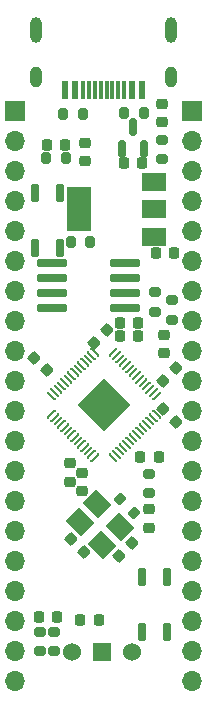
<source format=gts>
G04 #@! TF.GenerationSoftware,KiCad,Pcbnew,7.0.10*
G04 #@! TF.CreationDate,2024-01-20T01:49:08+09:00*
G04 #@! TF.ProjectId,slim,736c696d-2e6b-4696-9361-645f70636258,rev?*
G04 #@! TF.SameCoordinates,Original*
G04 #@! TF.FileFunction,Soldermask,Top*
G04 #@! TF.FilePolarity,Negative*
%FSLAX46Y46*%
G04 Gerber Fmt 4.6, Leading zero omitted, Abs format (unit mm)*
G04 Created by KiCad (PCBNEW 7.0.10) date 2024-01-20 01:49:08*
%MOMM*%
%LPD*%
G01*
G04 APERTURE LIST*
G04 Aperture macros list*
%AMRoundRect*
0 Rectangle with rounded corners*
0 $1 Rounding radius*
0 $2 $3 $4 $5 $6 $7 $8 $9 X,Y pos of 4 corners*
0 Add a 4 corners polygon primitive as box body*
4,1,4,$2,$3,$4,$5,$6,$7,$8,$9,$2,$3,0*
0 Add four circle primitives for the rounded corners*
1,1,$1+$1,$2,$3*
1,1,$1+$1,$4,$5*
1,1,$1+$1,$6,$7*
1,1,$1+$1,$8,$9*
0 Add four rect primitives between the rounded corners*
20,1,$1+$1,$2,$3,$4,$5,0*
20,1,$1+$1,$4,$5,$6,$7,0*
20,1,$1+$1,$6,$7,$8,$9,0*
20,1,$1+$1,$8,$9,$2,$3,0*%
%AMRotRect*
0 Rectangle, with rotation*
0 The origin of the aperture is its center*
0 $1 length*
0 $2 width*
0 $3 Rotation angle, in degrees counterclockwise*
0 Add horizontal line*
21,1,$1,$2,0,0,$3*%
G04 Aperture macros list end*
%ADD10RoundRect,0.200000X-0.275000X0.200000X-0.275000X-0.200000X0.275000X-0.200000X0.275000X0.200000X0*%
%ADD11O,1.700000X1.700000*%
%ADD12R,1.700000X1.700000*%
%ADD13RoundRect,0.225000X0.250000X-0.225000X0.250000X0.225000X-0.250000X0.225000X-0.250000X-0.225000X0*%
%ADD14RoundRect,0.225000X0.225000X0.250000X-0.225000X0.250000X-0.225000X-0.250000X0.225000X-0.250000X0*%
%ADD15RoundRect,0.225000X-0.250000X0.225000X-0.250000X-0.225000X0.250000X-0.225000X0.250000X0.225000X0*%
%ADD16C,1.524000*%
%ADD17R,1.524000X1.524000*%
%ADD18RoundRect,0.200000X-0.335876X-0.053033X-0.053033X-0.335876X0.335876X0.053033X0.053033X0.335876X0*%
%ADD19RoundRect,0.200000X-0.200000X-0.275000X0.200000X-0.275000X0.200000X0.275000X-0.200000X0.275000X0*%
%ADD20RoundRect,0.225000X-0.335876X-0.017678X-0.017678X-0.335876X0.335876X0.017678X0.017678X0.335876X0*%
%ADD21R,2.000000X1.500000*%
%ADD22R,2.000000X3.800000*%
%ADD23RoundRect,0.162500X0.162500X-0.612500X0.162500X0.612500X-0.162500X0.612500X-0.162500X-0.612500X0*%
%ADD24RotRect,3.200000X3.200000X315.000000*%
%ADD25RoundRect,0.100000X0.000000X0.000000X0.000000X0.000000X0.000000X0.000000X0.000000X0.000000X0*%
%ADD26RoundRect,0.100000X-0.282843X-0.282843X-0.282843X-0.282843X0.282843X0.282843X0.282843X0.282843X0*%
%ADD27RoundRect,0.100000X0.000000X0.000000X0.000000X0.000000X0.000000X0.000000X0.000000X0.000000X0*%
%ADD28RoundRect,0.100000X-0.282843X0.282843X-0.282843X0.282843X0.282843X-0.282843X0.282843X-0.282843X0*%
%ADD29RoundRect,0.100000X0.000000X0.000000X0.000000X0.000000X0.000000X0.000000X0.000000X0.000000X0*%
%ADD30RoundRect,0.100000X0.282843X0.282843X0.282843X0.282843X-0.282843X-0.282843X-0.282843X-0.282843X0*%
%ADD31RoundRect,0.100000X0.000000X0.000000X0.000000X0.000000X0.000000X0.000000X0.000000X0.000000X0*%
%ADD32RoundRect,0.100000X0.282843X-0.282843X0.282843X-0.282843X-0.282843X0.282843X-0.282843X0.282843X0*%
%ADD33RoundRect,0.218750X-0.256250X0.218750X-0.256250X-0.218750X0.256250X-0.218750X0.256250X0.218750X0*%
%ADD34RoundRect,0.200000X0.275000X-0.200000X0.275000X0.200000X-0.275000X0.200000X-0.275000X-0.200000X0*%
%ADD35RoundRect,0.225000X0.335876X0.017678X0.017678X0.335876X-0.335876X-0.017678X-0.017678X-0.335876X0*%
%ADD36RoundRect,0.200000X0.200000X0.275000X-0.200000X0.275000X-0.200000X-0.275000X0.200000X-0.275000X0*%
%ADD37R,0.575000X1.650000*%
%ADD38R,0.300000X1.650000*%
%ADD39O,1.000000X2.200000*%
%ADD40O,1.000000X1.800000*%
%ADD41RoundRect,0.162500X-0.162500X0.612500X-0.162500X-0.612500X0.162500X-0.612500X0.162500X0.612500X0*%
%ADD42RoundRect,0.225000X-0.017678X0.335876X-0.335876X0.017678X0.017678X-0.335876X0.335876X-0.017678X0*%
%ADD43RoundRect,0.225000X0.017678X-0.335876X0.335876X-0.017678X-0.017678X0.335876X-0.335876X0.017678X0*%
%ADD44RoundRect,0.150000X0.150000X-0.587500X0.150000X0.587500X-0.150000X0.587500X-0.150000X-0.587500X0*%
%ADD45RoundRect,0.225000X-0.225000X-0.250000X0.225000X-0.250000X0.225000X0.250000X-0.225000X0.250000X0*%
%ADD46RotRect,1.900000X1.650000X315.000000*%
%ADD47RoundRect,0.218750X0.256250X-0.218750X0.256250X0.218750X-0.256250X0.218750X-0.256250X-0.218750X0*%
%ADD48RoundRect,0.150000X-1.150000X-0.150000X1.150000X-0.150000X1.150000X0.150000X-1.150000X0.150000X0*%
G04 APERTURE END LIST*
D10*
X73288000Y-114485600D03*
X73288000Y-112835600D03*
X83335000Y-86435000D03*
X83335000Y-84785000D03*
D11*
X85010000Y-117020000D03*
X85010000Y-114480000D03*
X85010000Y-111940000D03*
X85010000Y-109400000D03*
X85010000Y-106860000D03*
X85010000Y-104320000D03*
X85010000Y-101780000D03*
X85010000Y-99240000D03*
X85010000Y-96700000D03*
X85010000Y-94160000D03*
X85010000Y-91620000D03*
X85010000Y-89080000D03*
X85010000Y-86540000D03*
X85010000Y-84000000D03*
X85010000Y-81460000D03*
X85010000Y-78920000D03*
X85010000Y-76380000D03*
X85010000Y-73840000D03*
X85010000Y-71300000D03*
D12*
X85010000Y-68760000D03*
D13*
X75900000Y-71440000D03*
X75900000Y-72990000D03*
D14*
X79235000Y-73140000D03*
X80785000Y-73140000D03*
X81920000Y-80780000D03*
X83470000Y-80780000D03*
D15*
X75710000Y-100930000D03*
X75710000Y-99380000D03*
D16*
X79910000Y-114530000D03*
D17*
X77370000Y-114530000D03*
D16*
X74830000Y-114530000D03*
D10*
X82430000Y-72833800D03*
X82430000Y-71183800D03*
D18*
X80060000Y-102770000D03*
X78893274Y-101603274D03*
D19*
X80895600Y-68923000D03*
X79245600Y-68923000D03*
D14*
X72030000Y-111616400D03*
X73580000Y-111616400D03*
D20*
X83636016Y-95056016D03*
X82540000Y-93960000D03*
D15*
X74690000Y-100145000D03*
X74690000Y-98595000D03*
D21*
X81770000Y-74780000D03*
D22*
X75470000Y-77080000D03*
D21*
X81770000Y-77080000D03*
X81770000Y-79380000D03*
D23*
X73820000Y-75690000D03*
X73820000Y-80340000D03*
X71670000Y-75690000D03*
X71670000Y-80340000D03*
D10*
X81370000Y-101110000D03*
X81370000Y-99460000D03*
X81860000Y-85735000D03*
X81860000Y-84085000D03*
D24*
X77538070Y-93649340D03*
D25*
X78033045Y-89477410D03*
D26*
X78315887Y-89194567D03*
D25*
X78598730Y-88911725D03*
X78315887Y-89760253D03*
D26*
X78598730Y-89477410D03*
D25*
X78881573Y-89194567D03*
X78598730Y-90043095D03*
D26*
X78881573Y-89760253D03*
D25*
X79164416Y-89477410D03*
X78881573Y-90325938D03*
D26*
X79164416Y-90043095D03*
D25*
X79447258Y-89760253D03*
X79164416Y-90608781D03*
D26*
X79447258Y-90325938D03*
D25*
X79730101Y-90043095D03*
X79447258Y-90891624D03*
D26*
X79730101Y-90608781D03*
D25*
X80012944Y-90325938D03*
X79730101Y-91174466D03*
D26*
X80012944Y-90891624D03*
D25*
X80295786Y-90608781D03*
X80012944Y-91457309D03*
D26*
X80295786Y-91174466D03*
D25*
X80578629Y-90891624D03*
X80295786Y-91740152D03*
D26*
X80578629Y-91457309D03*
D25*
X80861472Y-91174466D03*
X80578629Y-92022994D03*
D26*
X80861472Y-91740152D03*
D25*
X81144315Y-91457309D03*
X80861472Y-92305837D03*
D26*
X81144315Y-92022994D03*
D25*
X81427157Y-91740152D03*
X81144315Y-92588680D03*
D26*
X81427157Y-92305837D03*
D25*
X81710000Y-92022994D03*
X81427157Y-92871523D03*
D26*
X81710000Y-92588680D03*
D25*
X81992843Y-92305837D03*
X81710000Y-93154365D03*
D26*
X81992843Y-92871523D03*
D25*
X82275685Y-92588680D03*
D27*
X82275685Y-94710000D03*
D28*
X81992843Y-94427157D03*
D27*
X81710000Y-94144315D03*
X81992843Y-94992843D03*
D28*
X81710000Y-94710000D03*
D27*
X81427157Y-94427157D03*
X81710000Y-95275686D03*
D28*
X81427157Y-94992843D03*
D27*
X81144315Y-94710000D03*
X81427157Y-95558528D03*
D28*
X81144315Y-95275686D03*
D27*
X80861472Y-94992843D03*
X81144315Y-95841371D03*
D28*
X80861472Y-95558528D03*
D27*
X80578629Y-95275686D03*
X80861472Y-96124214D03*
D28*
X80578629Y-95841371D03*
D27*
X80295786Y-95558528D03*
X80578629Y-96407056D03*
D28*
X80295786Y-96124214D03*
D27*
X80012944Y-95841371D03*
X80295786Y-96689899D03*
D28*
X80012944Y-96407056D03*
D27*
X79730101Y-96124214D03*
X80012944Y-96972742D03*
D28*
X79730101Y-96689899D03*
D27*
X79447258Y-96407056D03*
X79730101Y-97255585D03*
D28*
X79447258Y-96972742D03*
D27*
X79164416Y-96689899D03*
X79447258Y-97538427D03*
D28*
X79164416Y-97255585D03*
D27*
X78881573Y-96972742D03*
X79164416Y-97821270D03*
D28*
X78881573Y-97538427D03*
D27*
X78598730Y-97255585D03*
X78881573Y-98104113D03*
D28*
X78598730Y-97821270D03*
D27*
X78315887Y-97538427D03*
X78598730Y-98386955D03*
D28*
X78315887Y-98104113D03*
D27*
X78033045Y-97821270D03*
D29*
X76477410Y-98386955D03*
D30*
X76760253Y-98104113D03*
D29*
X77043095Y-97821270D03*
X76194567Y-98104113D03*
D30*
X76477410Y-97821270D03*
D29*
X76760253Y-97538427D03*
X75911724Y-97821270D03*
D30*
X76194567Y-97538427D03*
D29*
X76477410Y-97255585D03*
X75628882Y-97538427D03*
D30*
X75911724Y-97255585D03*
D29*
X76194567Y-96972742D03*
X75346039Y-97255585D03*
D30*
X75628882Y-96972742D03*
D29*
X75911724Y-96689899D03*
X75063196Y-96972742D03*
D30*
X75346039Y-96689899D03*
D29*
X75628882Y-96407056D03*
X74780354Y-96689899D03*
D30*
X75063196Y-96407056D03*
D29*
X75346039Y-96124214D03*
X74497511Y-96407056D03*
D30*
X74780354Y-96124214D03*
D29*
X75063196Y-95841371D03*
X74214668Y-96124214D03*
D30*
X74497511Y-95841371D03*
D29*
X74780354Y-95558528D03*
X73931825Y-95841371D03*
D30*
X74214668Y-95558528D03*
D29*
X74497511Y-95275686D03*
X73648983Y-95558528D03*
D30*
X73931825Y-95275686D03*
D29*
X74214668Y-94992843D03*
X73366140Y-95275686D03*
D30*
X73648983Y-94992843D03*
D29*
X73931825Y-94710000D03*
X73083297Y-94992843D03*
D30*
X73366140Y-94710000D03*
D29*
X73648983Y-94427157D03*
X72800455Y-94710000D03*
D30*
X73083297Y-94427157D03*
D29*
X73366140Y-94144315D03*
D31*
X73366140Y-93154365D03*
D32*
X73083297Y-92871523D03*
D31*
X72800455Y-92588680D03*
X73648983Y-92871523D03*
D32*
X73366140Y-92588680D03*
D31*
X73083297Y-92305837D03*
X73931825Y-92588680D03*
D32*
X73648983Y-92305837D03*
D31*
X73366140Y-92022994D03*
X74214668Y-92305837D03*
D32*
X73931825Y-92022994D03*
D31*
X73648983Y-91740152D03*
X74497511Y-92022994D03*
D32*
X74214668Y-91740152D03*
D31*
X73931825Y-91457309D03*
X74780354Y-91740152D03*
D32*
X74497511Y-91457309D03*
D31*
X74214668Y-91174466D03*
X75063196Y-91457309D03*
D32*
X74780354Y-91174466D03*
D31*
X74497511Y-90891624D03*
X75346039Y-91174466D03*
D32*
X75063196Y-90891624D03*
D31*
X74780354Y-90608781D03*
X75628882Y-90891624D03*
D32*
X75346039Y-90608781D03*
D31*
X75063196Y-90325938D03*
X75911724Y-90608781D03*
D32*
X75628882Y-90325938D03*
D31*
X75346039Y-90043095D03*
X76194567Y-90325938D03*
D32*
X75911724Y-90043095D03*
D31*
X75628882Y-89760253D03*
X76477410Y-90043095D03*
D32*
X76194567Y-89760253D03*
D31*
X75911724Y-89477410D03*
X76760253Y-89760253D03*
D32*
X76477410Y-89477410D03*
D31*
X76194567Y-89194567D03*
X77043095Y-89477410D03*
D32*
X76760253Y-89194567D03*
D31*
X76477410Y-88911725D03*
D33*
X82430000Y-69697500D03*
X82430000Y-68122500D03*
D34*
X72170400Y-112835600D03*
X72170400Y-114485600D03*
D35*
X71653984Y-89623984D03*
X72750000Y-90720000D03*
D19*
X76375000Y-79820000D03*
X74725000Y-79820000D03*
D13*
X82585000Y-87685000D03*
X82585000Y-89235000D03*
D36*
X74102600Y-68973800D03*
X75752600Y-68973800D03*
D37*
X74285000Y-67002500D03*
X75060000Y-67002500D03*
D38*
X75760000Y-67002500D03*
X76260000Y-67002500D03*
X76760000Y-67002500D03*
X77260000Y-67002500D03*
X77760000Y-67002500D03*
X78260000Y-67002500D03*
X78760000Y-67002500D03*
X79260000Y-67002500D03*
D37*
X79960000Y-67002500D03*
X80735000Y-67002500D03*
D39*
X71760000Y-61892500D03*
D40*
X71760000Y-65892500D03*
D39*
X83260000Y-61892500D03*
D40*
X83260000Y-65892500D03*
D41*
X80745000Y-112865000D03*
X80745000Y-108215000D03*
X82895000Y-112865000D03*
X82895000Y-108215000D03*
D42*
X78797253Y-106443270D03*
X79893269Y-105347254D03*
D14*
X72720000Y-71630000D03*
X74270000Y-71630000D03*
D11*
X70010000Y-117020000D03*
X70010000Y-114480000D03*
X70010000Y-111940000D03*
X70010000Y-109400000D03*
X70010000Y-106860000D03*
X70010000Y-104320000D03*
X70010000Y-101780000D03*
X70010000Y-99240000D03*
X70010000Y-96700000D03*
X70010000Y-94160000D03*
X70010000Y-91620000D03*
X70010000Y-89080000D03*
X70010000Y-86540000D03*
X70010000Y-84000000D03*
X70010000Y-81460000D03*
X70010000Y-78920000D03*
X70010000Y-76380000D03*
X70010000Y-73840000D03*
X70010000Y-71300000D03*
D12*
X70010000Y-68760000D03*
D43*
X83646016Y-90513984D03*
X82550000Y-91610000D03*
D44*
X80007600Y-70092500D03*
X80957600Y-71967500D03*
X79057600Y-71967500D03*
D45*
X82185000Y-98070000D03*
X80635000Y-98070000D03*
D46*
X76995546Y-102025266D03*
X78904734Y-103934454D03*
X77384454Y-105454734D03*
X75475266Y-103545546D03*
D19*
X74320000Y-72730000D03*
X72670000Y-72730000D03*
D14*
X78885000Y-86690000D03*
X80435000Y-86690000D03*
D43*
X77778008Y-87271992D03*
X76681992Y-88368008D03*
D20*
X75870114Y-106119980D03*
X74774098Y-105023964D03*
D14*
X78885000Y-87810000D03*
X80435000Y-87810000D03*
D47*
X81370000Y-102462500D03*
X81370000Y-104037500D03*
D45*
X77085000Y-111810000D03*
X75535000Y-111810000D03*
D48*
X79310000Y-81581118D03*
X79310000Y-82851118D03*
X79310000Y-84121118D03*
X79310000Y-85391118D03*
X73110000Y-85391118D03*
X73110000Y-84121118D03*
X73110000Y-82851118D03*
X73110000Y-81581118D03*
M02*

</source>
